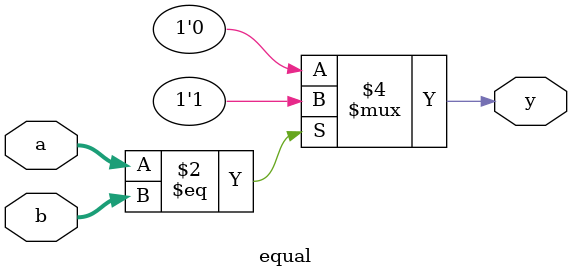
<source format=sv>
`timescale 1ns / 1ps

module equal(input logic [31:0] a, b, 
            output logic y);
    always_comb
        if (a == b) y = 1;
        else y = 0;            
endmodule

</source>
